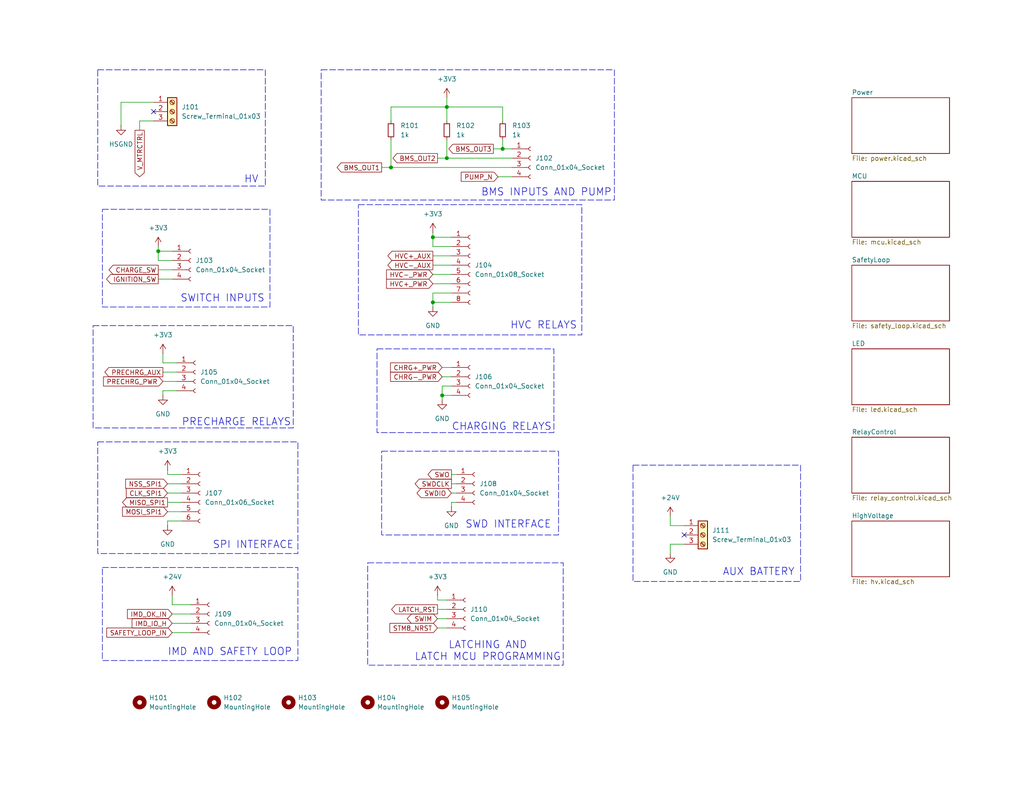
<source format=kicad_sch>
(kicad_sch (version 20231120) (generator "eeschema") (generator_version "8.0")
  (paper "USLetter")
  (title_block (title "Relay Control Board") (date "2024-07-09") (rev "R1") (company "UBC ThunderBikes") (comment 1 "Peter Woolsey"))
  (lib_symbols
    (symbol "Connector:Conn_01x04_Socket" (pin_names (offset 1.016) hide)
      (property "Reference" "J" (at 0 5.08 0))
      (property "Value" "Conn_01x04_Socket" (at 0 -7.62 0))
      (symbol "Conn_01x04_Socket_1_1"
        (arc (start 0 -4.572) (mid -0.5058 -5.08) (end 0 -5.588) (stroke (width 0.1524)))
        (arc (start 0 -2.032) (mid -0.5058 -2.54) (end 0 -3.048) (stroke (width 0.1524)))
        (polyline (pts (xy -1.27 -5.08) (xy -0.508 -5.08)) (stroke (width 0.1524)))
        (polyline (pts (xy -1.27 -2.54) (xy -0.508 -2.54)) (stroke (width 0.1524)))
        (polyline (pts (xy -1.27 0) (xy -0.508 0)) (stroke (width 0.1524)))
        (polyline (pts (xy -1.27 2.54) (xy -0.508 2.54)) (stroke (width 0.1524)))
        (arc (start 0 0.508) (mid -0.5058 0) (end 0 -0.508) (stroke (width 0.1524)))
        (arc (start 0 3.048) (mid -0.5058 2.54) (end 0 2.032) (stroke (width 0.1524)))
        (pin passive line (at -5.08 2.54 0) (length 3.81) (name "Pin_1") (number "1"))
        (pin passive line (at -5.08 0 0) (length 3.81) (name "Pin_2") (number "2"))
        (pin passive line (at -5.08 -2.54 0) (length 3.81) (name "Pin_3") (number "3"))
        (pin passive line (at -5.08 -5.08 0) (length 3.81) (name "Pin_4") (number "4"))
      )
    )
    (symbol "Connector:Conn_01x06_Socket" (pin_names (offset 1.016) hide)
      (property "Reference" "J" (at 0 7.62 0))
      (property "Value" "Conn_01x06_Socket" (at 0 -10.16 0))
      (symbol "Conn_01x06_Socket_1_1"
        (arc (start 0 -7.112) (mid -0.5058 -7.62) (end 0 -8.128) (stroke (width 0.1524)))
        (arc (start 0 -4.572) (mid -0.5058 -5.08) (end 0 -5.588) (stroke (width 0.1524)))
        (arc (start 0 -2.032) (mid -0.5058 -2.54) (end 0 -3.048) (stroke (width 0.1524)))
        (polyline (pts (xy -1.27 -7.62) (xy -0.508 -7.62)) (stroke (width 0.1524)))
        (polyline (pts (xy -1.27 -5.08) (xy -0.508 -5.08)) (stroke (width 0.1524)))
        (polyline (pts (xy -1.27 -2.54) (xy -0.508 -2.54)) (stroke (width 0.1524)))
        (polyline (pts (xy -1.27 0) (xy -0.508 0)) (stroke (width 0.1524)))
        (polyline (pts (xy -1.27 2.54) (xy -0.508 2.54)) (stroke (width 0.1524)))
        (polyline (pts (xy -1.27 5.08) (xy -0.508 5.08)) (stroke (width 0.1524)))
        (arc (start 0 0.508) (mid -0.5058 0) (end 0 -0.508) (stroke (width 0.1524)))
        (arc (start 0 3.048) (mid -0.5058 2.54) (end 0 2.032) (stroke (width 0.1524)))
        (arc (start 0 5.588) (mid -0.5058 5.08) (end 0 4.572) (stroke (width 0.1524)))
        (pin passive line (at -5.08 5.08 0) (length 3.81) (name "Pin_1") (number "1"))
        (pin passive line (at -5.08 2.54 0) (length 3.81) (name "Pin_2") (number "2"))
        (pin passive line (at -5.08 0 0) (length 3.81) (name "Pin_3") (number "3"))
        (pin passive line (at -5.08 -2.54 0) (length 3.81) (name "Pin_4") (number "4"))
        (pin passive line (at -5.08 -5.08 0) (length 3.81) (name "Pin_5") (number "5"))
        (pin passive line (at -5.08 -7.62 0) (length 3.81) (name "Pin_6") (number "6"))
      )
    )
    (symbol "Connector:Conn_01x08_Socket" (pin_names (offset 1.016) hide)
      (property "Reference" "J" (at 0 10.16 0))
      (property "Value" "Conn_01x08_Socket" (at 0 -12.7 0))
      (symbol "Conn_01x08_Socket_1_1"
        (arc (start 0 -9.652) (mid -0.5058 -10.16) (end 0 -10.668) (stroke (width 0.1524)))
        (arc (start 0 -7.112) (mid -0.5058 -7.62) (end 0 -8.128) (stroke (width 0.1524)))
        (arc (start 0 -4.572) (mid -0.5058 -5.08) (end 0 -5.588) (stroke (width 0.1524)))
        (arc (start 0 -2.032) (mid -0.5058 -2.54) (end 0 -3.048) (stroke (width 0.1524)))
        (polyline (pts (xy -1.27 -10.16) (xy -0.508 -10.16)) (stroke (width 0.1524)))
        (polyline (pts (xy -1.27 -7.62) (xy -0.508 -7.62)) (stroke (width 0.1524)))
        (polyline (pts (xy -1.27 -5.08) (xy -0.508 -5.08)) (stroke (width 0.1524)))
        (polyline (pts (xy -1.27 -2.54) (xy -0.508 -2.54)) (stroke (width 0.1524)))
        (polyline (pts (xy -1.27 0) (xy -0.508 0)) (stroke (width 0.1524)))
        (polyline (pts (xy -1.27 2.54) (xy -0.508 2.54)) (stroke (width 0.1524)))
        (polyline (pts (xy -1.27 5.08) (xy -0.508 5.08)) (stroke (width 0.1524)))
        (polyline (pts (xy -1.27 7.62) (xy -0.508 7.62)) (stroke (width 0.1524)))
        (arc (start 0 0.508) (mid -0.5058 0) (end 0 -0.508) (stroke (width 0.1524)))
        (arc (start 0 3.048) (mid -0.5058 2.54) (end 0 2.032) (stroke (width 0.1524)))
        (arc (start 0 5.588) (mid -0.5058 5.08) (end 0 4.572) (stroke (width 0.1524)))
        (arc (start 0 8.128) (mid -0.5058 7.62) (end 0 7.112) (stroke (width 0.1524)))
        (pin passive line (at -5.08 7.62 0) (length 3.81) (name "Pin_1") (number "1"))
        (pin passive line (at -5.08 5.08 0) (length 3.81) (name "Pin_2") (number "2"))
        (pin passive line (at -5.08 2.54 0) (length 3.81) (name "Pin_3") (number "3"))
        (pin passive line (at -5.08 0 0) (length 3.81) (name "Pin_4") (number "4"))
        (pin passive line (at -5.08 -2.54 0) (length 3.81) (name "Pin_5") (number "5"))
        (pin passive line (at -5.08 -5.08 0) (length 3.81) (name "Pin_6") (number "6"))
        (pin passive line (at -5.08 -7.62 0) (length 3.81) (name "Pin_7") (number "7"))
        (pin passive line (at -5.08 -10.16 0) (length 3.81) (name "Pin_8") (number "8"))
      )
    )
    (symbol "Connector:Screw_Terminal_01x03" (pin_names (offset 1.016) hide)
      (property "Reference" "J" (at 0 5.08 0))
      (property "Value" "Screw_Terminal_01x03" (at 0 -5.08 0))
      (symbol "Screw_Terminal_01x03_1_1"
        (rectangle (start -1.27 3.81) (end 1.27 -3.81) (stroke (width 0.254)) (fill (type background)))
        (circle (center 0 -2.54) (radius 0.635) (stroke (width 0.1524)))
        (polyline (pts (xy -0.5334 -2.2098) (xy 0.3302 -3.048)) (stroke (width 0.1524)))
        (polyline (pts (xy -0.5334 0.3302) (xy 0.3302 -0.508)) (stroke (width 0.1524)))
        (polyline (pts (xy -0.5334 2.8702) (xy 0.3302 2.032)) (stroke (width 0.1524)))
        (polyline (pts (xy -0.3556 -2.032) (xy 0.508 -2.8702)) (stroke (width 0.1524)))
        (polyline (pts (xy -0.3556 0.508) (xy 0.508 -0.3302)) (stroke (width 0.1524)))
        (polyline (pts (xy -0.3556 3.048) (xy 0.508 2.2098)) (stroke (width 0.1524)))
        (circle (center 0 0) (radius 0.635) (stroke (width 0.1524)))
        (circle (center 0 2.54) (radius 0.635) (stroke (width 0.1524)))
        (pin passive line (at -5.08 2.54 0) (length 3.81) (name "Pin_1") (number "1"))
        (pin passive line (at -5.08 0 0) (length 3.81) (name "Pin_2") (number "2"))
        (pin passive line (at -5.08 -2.54 0) (length 3.81) (name "Pin_3") (number "3"))
      )
    )
    (symbol "Device:R_Small" (pin_numbers hide) (pin_names (offset 0.254) hide)
      (property "Reference" "R" (at 0.762 0.508 0))
      (property "Value" "R_Small" (at 0.762 -1.016 0))
      (symbol "R_Small_0_1"
        (rectangle (start -0.762 1.778) (end 0.762 -1.778) (stroke (width 0.2032)))
      )
      (symbol "R_Small_1_1"
        (pin passive line (at 0 2.54 270) (length 0.762) (name "~") (number "1"))
        (pin passive line (at 0 -2.54 90) (length 0.762) (name "~") (number "2"))
      )
    )
    (symbol "Mechanical:MountingHole" (pin_names (offset 1.016))
      (property "Reference" "H" (at 0 5.08 0))
      (property "Value" "MountingHole" (at 0 3.175 0))
      (symbol "MountingHole_0_1"
        (circle (center 0 0) (radius 1.27) (stroke (width 1.27)))
      )
    )
    (symbol "power:+24V" (power) (pin_numbers hide) (pin_names (offset 0) hide)
      (property "Value" "+24V" (at 0 3.556 0))
      (symbol "+24V_0_1"
        (polyline (pts (xy -0.762 1.27) (xy 0 2.54)))
        (polyline (pts (xy 0 0) (xy 0 2.54)))
        (polyline (pts (xy 0 2.54) (xy 0.762 1.27)))
      )
      (symbol "+24V_1_1"
        (pin power_in line (at 0 0 90) (length 0) (name "~") (number "1"))
      )
    )
    (symbol "power:+3V3" (power) (pin_numbers hide) (pin_names (offset 0) hide)
      (property "Value" "+3V3" (at 0 3.556 0))
      (symbol "+3V3_0_1"
        (polyline (pts (xy -0.762 1.27) (xy 0 2.54)))
        (polyline (pts (xy 0 0) (xy 0 2.54)))
        (polyline (pts (xy 0 2.54) (xy 0.762 1.27)))
      )
      (symbol "+3V3_1_1"
        (pin power_in line (at 0 0 90) (length 0) (name "~") (number "1"))
      )
    )
    (symbol "power:GND" (power) (pin_numbers hide) (pin_names (offset 0) hide)
      (property "Value" "GND" (at 0 -3.81 0))
      (symbol "GND_0_1"
        (polyline (pts (xy 0 0) (xy 0 -1.27) (xy 1.27 -1.27) (xy 0 -2.54) (xy -1.27 -1.27) (xy 0 -1.27)))
      )
      (symbol "GND_1_1"
        (pin power_in line (at 0 0 270) (length 0) (name "~") (number "1"))
      )
    )
  )
  (junction (at 121.92 43.18))
  (junction (at 121.92 29.21))
  (junction (at 137.16 40.64))
  (junction (at 120.65 107.95))
  (junction (at 118.11 64.77))
  (junction (at 106.68 45.72))
  (junction (at 118.11 82.55))
  (junction (at 43.18 68.58))
  (no_connect (at 186.69 146.05))
  (no_connect (at 41.91 30.48))
  (wire (pts (xy 45.72 137.16) (xy 49.53 137.16)))
  (wire (pts (xy 121.92 29.21) (xy 121.92 33.02)))
  (wire (pts (xy 137.16 40.64) (xy 139.7 40.64)))
  (wire (pts (xy 43.18 71.12) (xy 46.99 71.12)))
  (wire (pts (xy 106.68 33.02) (xy 106.68 29.21)))
  (wire (pts (xy 43.18 76.2) (xy 46.99 76.2)))
  (wire (pts (xy 134.62 40.64) (xy 137.16 40.64)))
  (wire (pts (xy 45.72 134.62) (xy 49.53 134.62)))
  (wire (pts (xy 118.11 72.39) (xy 123.19 72.39)))
  (wire (pts (xy 43.18 67.31) (xy 43.18 68.58)))
  (wire (pts (xy 118.11 77.47) (xy 123.19 77.47)))
  (wire (pts (xy 44.45 101.6) (xy 48.26 101.6)))
  (wire (pts (xy 119.38 168.91) (xy 121.92 168.91)))
  (wire (pts (xy 118.11 67.31) (xy 123.19 67.31)))
  (wire (pts (xy 119.38 166.37) (xy 121.92 166.37)))
  (wire (pts (xy 33.02 27.94) (xy 41.91 27.94)))
  (wire (pts (xy 45.72 139.7) (xy 49.53 139.7)))
  (wire (pts (xy 119.38 163.83) (xy 121.92 163.83)))
  (wire (pts (xy 123.19 102.87) (xy 120.65 102.87)))
  (wire (pts (xy 123.19 134.62) (xy 124.46 134.62)))
  (wire (pts (xy 123.19 132.08) (xy 124.46 132.08)))
  (wire (pts (xy 121.92 43.18) (xy 139.7 43.18)))
  (wire (pts (xy 119.38 162.56) (xy 119.38 163.83)))
  (wire (pts (xy 182.88 151.13) (xy 182.88 148.59)))
  (wire (pts (xy 46.99 170.18) (xy 52.07 170.18)))
  (wire (pts (xy 119.38 43.18) (xy 121.92 43.18)))
  (wire (pts (xy 123.19 129.54) (xy 124.46 129.54)))
  (wire (pts (xy 44.45 99.06) (xy 48.26 99.06)))
  (wire (pts (xy 44.45 106.68) (xy 48.26 106.68)))
  (wire (pts (xy 43.18 68.58) (xy 43.18 71.12)))
  (wire (pts (xy 137.16 29.21) (xy 137.16 33.02)))
  (wire (pts (xy 45.72 143.51) (xy 45.72 142.24)))
  (wire (pts (xy 118.11 82.55) (xy 118.11 80.01)))
  (wire (pts (xy 45.72 129.54) (xy 49.53 129.54)))
  (wire (pts (xy 118.11 67.31) (xy 118.11 64.77)))
  (wire (pts (xy 121.92 26.67) (xy 121.92 29.21)))
  (wire (pts (xy 106.68 45.72) (xy 139.7 45.72)))
  (wire (pts (xy 44.45 107.95) (xy 44.45 106.68)))
  (wire (pts (xy 121.92 29.21) (xy 137.16 29.21)))
  (wire (pts (xy 124.46 137.16) (xy 123.19 137.16)))
  (wire (pts (xy 118.11 82.55) (xy 123.19 82.55)))
  (wire (pts (xy 43.18 68.58) (xy 46.99 68.58)))
  (wire (pts (xy 123.19 107.95) (xy 120.65 107.95)))
  (wire (pts (xy 106.68 29.21) (xy 121.92 29.21)))
  (wire (pts (xy 38.1 35.56) (xy 38.1 33.02)))
  (wire (pts (xy 120.65 109.22) (xy 120.65 107.95)))
  (wire (pts (xy 119.38 171.45) (xy 121.92 171.45)))
  (wire (pts (xy 45.72 128.27) (xy 45.72 129.54)))
  (wire (pts (xy 123.19 105.41) (xy 120.65 105.41)))
  (wire (pts (xy 44.45 104.14) (xy 48.26 104.14)))
  (wire (pts (xy 46.99 162.56) (xy 46.99 165.1)))
  (wire (pts (xy 106.68 38.1) (xy 106.68 45.72)))
  (wire (pts (xy 43.18 73.66) (xy 46.99 73.66)))
  (wire (pts (xy 182.88 140.97) (xy 182.88 143.51)))
  (wire (pts (xy 118.11 64.77) (xy 123.19 64.77)))
  (wire (pts (xy 118.11 83.82) (xy 118.11 82.55)))
  (wire (pts (xy 118.11 64.77) (xy 118.11 63.5)))
  (wire (pts (xy 121.92 38.1) (xy 121.92 43.18)))
  (wire (pts (xy 120.65 105.41) (xy 120.65 107.95)))
  (wire (pts (xy 45.72 132.08) (xy 49.53 132.08)))
  (wire (pts (xy 118.11 69.85) (xy 123.19 69.85)))
  (wire (pts (xy 104.14 45.72) (xy 106.68 45.72)))
  (wire (pts (xy 182.88 148.59) (xy 186.69 148.59)))
  (wire (pts (xy 123.19 100.33) (xy 120.65 100.33)))
  (wire (pts (xy 118.11 80.01) (xy 123.19 80.01)))
  (wire (pts (xy 46.99 172.72) (xy 52.07 172.72)))
  (wire (pts (xy 182.88 143.51) (xy 186.69 143.51)))
  (wire (pts (xy 135.89 48.26) (xy 139.7 48.26)))
  (wire (pts (xy 46.99 167.64) (xy 52.07 167.64)))
  (wire (pts (xy 123.19 137.16) (xy 123.19 138.43)))
  (wire (pts (xy 33.02 27.94) (xy 33.02 34.29)))
  (wire (pts (xy 38.1 33.02) (xy 41.91 33.02)))
  (wire (pts (xy 44.45 96.52) (xy 44.45 99.06)))
  (wire (pts (xy 45.72 142.24) (xy 49.53 142.24)))
  (wire (pts (xy 137.16 38.1) (xy 137.16 40.64)))
  (wire (pts (xy 118.11 74.93) (xy 123.19 74.93)))
  (wire (pts (xy 46.99 165.1) (xy 52.07 165.1)))
  (rectangle (start 102.87 95.25) (end 151.13 118.11) (stroke (width 0) (type dash)))
  (rectangle (start 26.67 19.05) (end 72.39 50.8) (stroke (width 0) (type dash)))
  (rectangle (start 25.4 88.9) (end 80.01 116.84) (stroke (width 0) (type dash)))
  (rectangle (start 100.33 153.67) (end 153.67 181.61) (stroke (width 0) (type dash)))
  (rectangle (start 26.67 120.65) (end 81.28 151.13) (stroke (width 0) (type dash)))
  (rectangle (start 104.14 123.19) (end 152.4 146.05) (stroke (width 0) (type dash)))
  (rectangle (start 27.94 57.15) (end 73.66 83.82) (stroke (width 0) (type dash)))
  (rectangle (start 27.94 154.94) (end 81.28 180.34) (stroke (width 0) (type dash)))
  (rectangle (start 172.72 127) (end 218.44 158.75) (stroke (width 0) (type dash)))
  (rectangle (start 87.63 19.05) (end 167.64 54.61) (stroke (width 0) (type dash)))
  (rectangle (start 97.79 55.88) (end 158.75 91.44) (stroke (width 0) (type dash)))
  (text "PRECHARGE RELAYS" (at 64.516 115.316 0) (effects (font (size 2 2))))
  (text "BMS INPUTS AND PUMP" (at 149.098 52.578 0) (effects (font (size 2 2))))
  (text "AUX BATTERY\n" (at 207.01 156.21 0) (effects (font (size 2 2))))
  (text "CHARGING RELAYS" (at 136.906 116.586 0) (effects (font (size 2 2))))
  (text "IMD AND SAFETY LOOP" (at 62.738 178.054 0) (effects (font (size 2 2))))
  (text "SWD INTERFACE\n" (at 138.684 143.256 0) (effects (font (size 2 2))))
  (text "HV" (at 68.58 49.022 0) (effects (font (size 2 2))))
  (text "SWITCH INPUTS\n" (at 60.706 81.534 0) (effects (font (size 2 2))))
  (text "SPI INTERFACE\n" (at 69.088 148.844 0) (effects (font (size 2 2))))
  (text "LATCHING AND\nLATCH MCU PROGRAMMING" (at 133.096 177.8 0) (effects (font (size 2 2))))
  (text "HVC RELAYS" (at 148.336 88.9 0) (effects (font (size 2 2))))
  (global_label "SAFETY_LOOP_IN" (shape input) (at 46.99 172.72 180) (property "Intersheetrefs" "${INTERSHEET_REFS}" (effects (hide yes))))
  (global_label "HVC-_AUX" (shape output) (at 118.11 72.39 180) (property "Intersheetrefs" "${INTERSHEET_REFS}" (effects (hide yes))))
  (global_label "SWO" (shape output) (at 123.19 129.54 180) (property "Intersheetrefs" "${INTERSHEET_REFS}" (effects (hide yes))))
  (global_label "V_MTRCTRL" (shape output) (at 38.1 35.56 270) (property "Intersheetrefs" "${INTERSHEET_REFS}" (effects (hide yes))))
  (global_label "BMS_OUT2" (shape output) (at 119.38 43.18 180) (property "Intersheetrefs" "${INTERSHEET_REFS}" (effects (hide yes))))
  (global_label "HVC+_AUX" (shape output) (at 118.11 69.85 180) (property "Intersheetrefs" "${INTERSHEET_REFS}" (effects (hide yes))))
  (global_label "MISO_SPI1" (shape output) (at 45.72 137.16 180) (property "Intersheetrefs" "${INTERSHEET_REFS}" (effects (hide yes))))
  (global_label "PUMP_N" (shape input) (at 135.89 48.26 180) (property "Intersheetrefs" "${INTERSHEET_REFS}" (effects (hide yes))))
  (global_label "CLK_SPI1" (shape input) (at 45.72 134.62 180) (property "Intersheetrefs" "${INTERSHEET_REFS}" (effects (hide yes))))
  (global_label "SWDIO" (shape bidirectional) (at 123.19 134.62 180) (property "Intersheetrefs" "${INTERSHEET_REFS}" (effects (hide yes))))
  (global_label "PRECHRG_PWR" (shape input) (at 44.45 104.14 180) (property "Intersheetrefs" "${INTERSHEET_REFS}" (effects (hide yes))))
  (global_label "IMD_OK_IN" (shape input) (at 46.99 167.64 180) (property "Intersheetrefs" "${INTERSHEET_REFS}" (effects (hide yes))))
  (global_label "SWDCLK" (shape output) (at 123.19 132.08 180) (property "Intersheetrefs" "${INTERSHEET_REFS}" (effects (hide yes))))
  (global_label "IGNITION_SW" (shape output) (at 43.18 76.2 180) (property "Intersheetrefs" "${INTERSHEET_REFS}" (effects (hide yes))))
  (global_label "PRECHRG_AUX" (shape output) (at 44.45 101.6 180) (property "Intersheetrefs" "${INTERSHEET_REFS}" (effects (hide yes))))
  (global_label "CHARGE_SW" (shape output) (at 43.18 73.66 180) (property "Intersheetrefs" "${INTERSHEET_REFS}" (effects (hide yes))))
  (global_label "CHRG-_PWR" (shape input) (at 120.65 102.87 180) (property "Intersheetrefs" "${INTERSHEET_REFS}" (effects (hide yes))))
  (global_label "LATCH_RST" (shape output) (at 119.38 166.37 180) (property "Intersheetrefs" "${INTERSHEET_REFS}" (effects (hide yes))))
  (global_label "STM8_NRST" (shape input) (at 119.38 171.45 180) (property "Intersheetrefs" "${INTERSHEET_REFS}" (effects (hide yes))))
  (global_label "BMS_OUT3" (shape output) (at 134.62 40.64 180) (property "Intersheetrefs" "${INTERSHEET_REFS}" (effects (hide yes))))
  (global_label "HVC-_PWR" (shape input) (at 118.11 74.93 180) (property "Intersheetrefs" "${INTERSHEET_REFS}" (effects (hide yes))))
  (global_label "HVC+_PWR" (shape input) (at 118.11 77.47 180) (property "Intersheetrefs" "${INTERSHEET_REFS}" (effects (hide yes))))
  (global_label "IMD_IO_H" (shape input) (at 46.99 170.18 180) (property "Intersheetrefs" "${INTERSHEET_REFS}" (effects (hide yes))))
  (global_label "CHRG+_PWR" (shape input) (at 120.65 100.33 180) (property "Intersheetrefs" "${INTERSHEET_REFS}" (effects (hide yes))))
  (global_label "NSS_SPI1" (shape input) (at 45.72 132.08 180) (property "Intersheetrefs" "${INTERSHEET_REFS}" (effects (hide yes))))
  (global_label "BMS_OUT1" (shape output) (at 104.14 45.72 180) (property "Intersheetrefs" "${INTERSHEET_REFS}" (effects (hide yes))))
  (global_label "MOSI_SPI1" (shape input) (at 45.72 139.7 180) (property "Intersheetrefs" "${INTERSHEET_REFS}" (effects (hide yes))))
  (global_label "SWIM" (shape bidirectional) (at 119.38 168.91 180) (property "Intersheetrefs" "${INTERSHEET_REFS}" (effects (hide yes))))
  (symbol (lib_id "power:GND") (at 120.65 109.22 0) (mirror y) (unit 1)
    (property "Reference" "#PWR0109" (effects (hide yes)))
    (property "Value" "GND" (at 120.65 114.3 0))
    (property "Description" "Power symbol creates a global label with name \"GND\" , ground" (effects (hide yes)))
  )
  (symbol (lib_id "Device:R_Small") (at 137.16 35.56 0) (unit 1)
    (property "Reference" "R103" (at 139.7 34.2899 0) (effects (justify left)))
    (property "Value" "1k" (at 139.7 36.8299 0) (effects (justify left)))
    (property "Footprint" "Resistor_SMD:R_0603_1608Metric" (effects (hide yes)))
    (property "Description" "Resistor, small symbol" (effects (hide yes)))
    (property "LCSC" "C22548" (effects (hide yes)))
  )
  (symbol (lib_id "power:GND") (at 118.11 83.82 0) (mirror y) (unit 1)
    (property "Reference" "#PWR0101" (effects (hide yes)))
    (property "Value" "GND" (at 118.11 88.9 0))
    (property "Description" "Power symbol creates a global label with name \"GND\" , ground" (effects (hide yes)))
  )
  (symbol (lib_id "power:+3V3") (at 118.11 63.5 0) (mirror y) (unit 1)
    (property "Reference" "#PWR0103" (effects (hide yes)))
    (property "Value" "+3V3" (at 118.11 58.42 0))
    (property "Description" "Power symbol creates a global label with name \"+3V3\"" (effects (hide yes)))
  )
  (symbol (lib_id "Connector:Conn_01x04_Socket") (at 52.07 71.12 0) (unit 1)
    (property "Reference" "J103" (at 53.34 71.1199 0) (effects (justify left)))
    (property "Value" "Conn_01x04_Socket" (at 53.34 73.6599 0) (effects (justify left)))
    (property "Footprint" "Connector_Molex:Molex_Mini-Fit_Jr_5566-04A_2x02_P4.20mm_Vertical" (effects (hide yes)))
    (property "Description" "Generic connector, single row, 01x04, script generated" (effects (hide yes)))
  )
  (symbol (lib_id "Mechanical:MountingHole") (at 100.33 191.77 0) (unit 1)
    (property "Reference" "H104" (at 102.87 190.4999 0) (effects (justify left)))
    (property "Value" "MountingHole" (at 102.87 193.0399 0) (effects (justify left)))
    (property "Footprint" "MountingHole:MountingHole_3mm" (effects (hide yes)))
    (property "Description" "Mounting Hole without connection" (effects (hide yes)))
  )
  (symbol (lib_id "power:GND") (at 44.45 107.95 0) (mirror y) (unit 1)
    (property "Reference" "#PWR0108" (effects (hide yes)))
    (property "Value" "GND" (at 44.45 113.03 0))
    (property "Description" "Power symbol creates a global label with name \"GND\" , ground" (effects (hide yes)))
  )
  (symbol (lib_id "power:+3V3") (at 44.45 96.52 0) (unit 1)
    (property "Reference" "#PWR0107" (effects (hide yes)))
    (property "Value" "+3V3" (at 44.45 91.44 0))
    (property "Description" "Power symbol creates a global label with name \"+3V3\"" (effects (hide yes)))
  )
  (symbol (lib_id "power:GND") (at 45.72 143.51 0) (unit 1)
    (property "Reference" "#PWR0106" (effects (hide yes)))
    (property "Value" "GND" (at 45.72 148.59 0))
    (property "Description" "Power symbol creates a global label with name \"GND\" , ground" (effects (hide yes)))
  )
  (symbol (lib_id "power:+3V3") (at 45.72 128.27 0) (unit 1)
    (property "Reference" "#PWR0105" (effects (hide yes)))
    (property "Value" "+3V3" (at 45.72 123.19 0))
    (property "Description" "Power symbol creates a global label with name \"+3V3\"" (effects (hide yes)))
  )
  (symbol (lib_id "Device:R_Small") (at 106.68 35.56 0) (unit 1)
    (property "Reference" "R101" (at 109.22 34.2899 0) (effects (justify left)))
    (property "Value" "1k" (at 109.22 36.8299 0) (effects (justify left)))
    (property "Footprint" "Resistor_SMD:R_0603_1608Metric" (effects (hide yes)))
    (property "Description" "Resistor, small symbol" (effects (hide yes)))
    (property "LCSC" "C22548" (effects (hide yes)))
  )
  (symbol (lib_id "Connector:Conn_01x08_Socket") (at 128.27 72.39 0) (unit 1)
    (property "Reference" "J104" (at 129.54 72.3899 0) (effects (justify left)))
    (property "Value" "Conn_01x08_Socket" (at 129.54 74.9299 0) (effects (justify left)))
    (property "Footprint" "Connector_Molex:Molex_Mini-Fit_Jr_5566-08A_2x04_P4.20mm_Vertical" (effects (hide yes)))
    (property "Description" "Generic connector, single row, 01x08, script generated" (effects (hide yes)))
  )
  (symbol (lib_id "Connector:Screw_Terminal_01x03") (at 191.77 146.05 0) (unit 1)
    (property "Reference" "J111" (at 194.31 144.7799 0) (effects (justify left)))
    (property "Value" "Screw_Terminal_01x03" (at 194.31 147.3199 0) (effects (justify left)))
    (property "Footprint" "TerminalBlock_Phoenix:TerminalBlock_Phoenix_MKDS-1,5-3-5.08_1x03_P5.08mm_Horizontal" (effects (hide yes)))
    (property "Description" "Generic screw terminal, single row, 01x03, script generated (kicad-library-utils/schlib/autogen/connector/)" (effects (hide yes)))
  )
  (symbol (lib_id "Device:R_Small") (at 121.92 35.56 0) (unit 1)
    (property "Reference" "R102" (at 124.46 34.2899 0) (effects (justify left)))
    (property "Value" "1k" (at 124.46 36.8299 0) (effects (justify left)))
    (property "Footprint" "Resistor_SMD:R_0603_1608Metric" (effects (hide yes)))
    (property "Description" "Resistor, small symbol" (effects (hide yes)))
    (property "LCSC" "C22548" (effects (hide yes)))
  )
  (symbol (lib_id "Connector:Conn_01x06_Socket") (at 54.61 134.62 0) (unit 1)
    (property "Reference" "J107" (at 55.88 134.6199 0) (effects (justify left)))
    (property "Value" "Conn_01x06_Socket" (at 55.88 137.1599 0) (effects (justify left)))
    (property "Footprint" "Connector_Molex:Molex_Mini-Fit_Jr_5566-06A_2x03_P4.20mm_Vertical" (effects (hide yes)))
    (property "Description" "Generic connector, single row, 01x06, script generated" (effects (hide yes)))
  )
  (symbol (lib_id "Mechanical:MountingHole") (at 58.42 191.77 0) (unit 1)
    (property "Reference" "H102" (at 60.96 190.4999 0) (effects (justify left)))
    (property "Value" "MountingHole" (at 60.96 193.0399 0) (effects (justify left)))
    (property "Footprint" "MountingHole:MountingHole_3mm" (effects (hide yes)))
    (property "Description" "Mounting Hole without connection" (effects (hide yes)))
  )
  (symbol (lib_id "power:+24V") (at 182.88 140.97 0) (unit 1)
    (property "Reference" "#PWR0111" (effects (hide yes)))
    (property "Value" "+24V" (at 182.88 135.89 0))
    (property "Description" "Power symbol creates a global label with name \"+24V\"" (effects (hide yes)))
  )
  (symbol (lib_id "Mechanical:MountingHole") (at 78.74 191.77 0) (unit 1)
    (property "Reference" "H103" (at 81.28 190.4999 0) (effects (justify left)))
    (property "Value" "MountingHole" (at 81.28 193.0399 0) (effects (justify left)))
    (property "Footprint" "MountingHole:MountingHole_3mm" (effects (hide yes)))
    (property "Description" "Mounting Hole without connection" (effects (hide yes)))
  )
  (symbol (lib_id "power:+3V3") (at 43.18 67.31 0) (unit 1)
    (property "Reference" "#PWR0104" (effects (hide yes)))
    (property "Value" "+3V3" (at 43.18 62.23 0))
    (property "Description" "Power symbol creates a global label with name \"+3V3\"" (effects (hide yes)))
  )
  (symbol (lib_id "Connector:Conn_01x04_Socket") (at 127 166.37 0) (unit 1)
    (property "Reference" "J110" (at 128.27 166.3699 0) (effects (justify left)))
    (property "Value" "Conn_01x04_Socket" (at 128.27 168.9099 0) (effects (justify left)))
    (property "Footprint" "Connector_Molex:Molex_Mini-Fit_Jr_5566-04A_2x02_P4.20mm_Vertical" (effects (hide yes)))
    (property "Description" "Generic connector, single row, 01x04, script generated" (effects (hide yes)))
  )
  (symbol (lib_id "power:GND") (at 123.19 138.43 0) (unit 1)
    (property "Reference" "#PWR0110" (effects (hide yes)))
    (property "Value" "GND" (at 123.19 143.51 0))
    (property "Description" "Power symbol creates a global label with name \"GND\" , ground" (effects (hide yes)))
  )
  (symbol (lib_id "power:GND") (at 182.88 151.13 0) (unit 1)
    (property "Reference" "#GND0101" (effects (hide yes)))
    (property "Value" "GND" (at 182.88 156.21 0))
    (property "Description" "Power symbol creates a global label with name \"GND\" , ground" (effects (hide yes)))
  )
  (symbol (lib_id "Connector:Conn_01x04_Socket") (at 128.27 102.87 0) (unit 1)
    (property "Reference" "J106" (at 129.54 102.8699 0) (effects (justify left)))
    (property "Value" "Conn_01x04_Socket" (at 129.54 105.4099 0) (effects (justify left)))
    (property "Footprint" "Connector_Molex:Molex_Mini-Fit_Jr_5566-04A_2x02_P4.20mm_Vertical" (effects (hide yes)))
    (property "Description" "Generic connector, single row, 01x04, script generated" (effects (hide yes)))
  )
  (symbol (lib_id "Mechanical:MountingHole") (at 120.65 191.77 0) (unit 1)
    (property "Reference" "H105" (at 123.19 190.4999 0) (effects (justify left)))
    (property "Value" "MountingHole" (at 123.19 193.0399 0) (effects (justify left)))
    (property "Footprint" "MountingHole:MountingHole_3mm" (effects (hide yes)))
    (property "Description" "Mounting Hole without connection" (effects (hide yes)))
  )
  (symbol (lib_id "power:GND") (at 33.02 34.29 0) (unit 1)
    (property "Reference" "#PWR0102" (effects (hide yes)))
    (property "Value" "HSGND" (at 33.02 39.37 0))
    (property "Description" "Power symbol creates a global label with name \"GND\" , ground" (effects (hide yes)))
  )
  (symbol (lib_id "Connector:Conn_01x04_Socket") (at 129.54 132.08 0) (unit 1)
    (property "Reference" "J108" (at 130.81 132.0799 0) (effects (justify left)))
    (property "Value" "Conn_01x04_Socket" (at 130.81 134.6199 0) (effects (justify left)))
    (property "Footprint" "Connector_Molex:Molex_Mini-Fit_Jr_5566-04A_2x02_P4.20mm_Vertical" (effects (hide yes)))
    (property "Description" "Generic connector, single row, 01x04, script generated" (effects (hide yes)))
  )
  (symbol (lib_id "Mechanical:MountingHole") (at 38.1 191.77 0) (unit 1)
    (property "Reference" "H101" (at 40.64 190.4999 0) (effects (justify left)))
    (property "Value" "MountingHole" (at 40.64 193.0399 0) (effects (justify left)))
    (property "Footprint" "MountingHole:MountingHole_3mm" (effects (hide yes)))
    (property "Description" "Mounting Hole without connection" (effects (hide yes)))
  )
  (symbol (lib_id "Connector:Conn_01x04_Socket") (at 57.15 167.64 0) (unit 1)
    (property "Reference" "J109" (at 58.42 167.6399 0) (effects (justify left)))
    (property "Value" "Conn_01x04_Socket" (at 58.42 170.1799 0) (effects (justify left)))
    (property "Footprint" "Connector_Molex:Molex_Mini-Fit_Jr_5566-04A_2x02_P4.20mm_Vertical" (effects (hide yes)))
    (property "Description" "Generic connector, single row, 01x04, script generated" (effects (hide yes)))
  )
  (symbol (lib_id "power:+3V3") (at 119.38 162.56 0) (unit 1)
    (property "Reference" "#PWR0115" (effects (hide yes)))
    (property "Value" "+3V3" (at 119.38 157.48 0))
    (property "Description" "Power symbol creates a global label with name \"+3V3\"" (effects (hide yes)))
  )
  (symbol (lib_id "power:+24V") (at 46.99 162.56 0) (unit 1)
    (property "Reference" "#PWR0113" (effects (hide yes)))
    (property "Value" "+24V" (at 46.99 157.48 0))
    (property "Description" "Power symbol creates a global label with name \"+24V\"" (effects (hide yes)))
  )
  (symbol (lib_id "Connector:Conn_01x04_Socket") (at 144.78 43.18 0) (unit 1)
    (property "Reference" "J102" (at 146.05 43.1799 0) (effects (justify left)))
    (property "Value" "Conn_01x04_Socket" (at 146.05 45.7199 0) (effects (justify left)))
    (property "Footprint" "Connector_Molex:Molex_Mini-Fit_Jr_5566-04A_2x02_P4.20mm_Vertical" (effects (hide yes)))
    (property "Description" "Generic connector, single row, 01x04, script generated" (effects (hide yes)))
  )
  (symbol (lib_id "Connector:Screw_Terminal_01x03") (at 46.99 30.48 0) (unit 1)
    (property "Reference" "J101" (at 49.53 29.2099 0) (effects (justify left)))
    (property "Value" "Screw_Terminal_01x03" (at 49.53 31.7499 0) (effects (justify left)))
    (property "Footprint" "TerminalBlock_Phoenix:TerminalBlock_Phoenix_MKDS-1,5-3-5.08_1x03_P5.08mm_Horizontal" (effects (hide yes)))
    (property "Description" "Generic screw terminal, single row, 01x03, script generated (kicad-library-utils/schlib/autogen/connector/)" (effects (hide yes)))
  )
  (symbol (lib_id "Connector:Conn_01x04_Socket") (at 53.34 101.6 0) (unit 1)
    (property "Reference" "J105" (at 54.61 101.5999 0) (effects (justify left)))
    (property "Value" "Conn_01x04_Socket" (at 54.61 104.1399 0) (effects (justify left)))
    (property "Footprint" "Connector_Molex:Molex_Mini-Fit_Jr_5566-04A_2x02_P4.20mm_Vertical" (effects (hide yes)))
    (property "Description" "Generic connector, single row, 01x04, script generated" (effects (hide yes)))
  )
  (symbol (lib_id "power:+3V3") (at 121.92 26.67 0) (unit 1)
    (property "Reference" "#PWR037" (effects (hide yes)))
    (property "Value" "+3V3" (at 121.92 21.59 0))
    (property "Description" "Power symbol creates a global label with name \"+3V3\"" (effects (hide yes)))
  )
  (sheet (at 232.41 119.38) (size 26.67 15.24) (stroke (width 0.1524))
    (property "Sheetname" "RelayControl" (at 232.41 118.6684 0) (effects (justify left bottom)))
    (property "Sheetfile" "relay_control.kicad_sch" (at 232.41 135.2046 0) (effects (justify left top)))
  )
  (sheet (at 232.41 49.53) (size 26.67 15.24) (stroke (width 0.1524))
    (property "Sheetname" "MCU" (at 232.41 48.8184 0) (effects (justify left bottom)))
    (property "Sheetfile" "mcu.kicad_sch" (at 232.41 65.3546 0) (effects (justify left top)))
  )
  (sheet (at 232.41 142.24) (size 26.67 15.24) (stroke (width 0.1524))
    (property "Sheetname" "HighVoltage" (at 232.41 141.5284 0) (effects (justify left bottom)))
    (property "Sheetfile" "hv.kicad_sch" (at 232.41 158.0646 0) (effects (justify left top)))
  )
  (sheet (at 232.41 95.25) (size 26.67 15.24) (stroke (width 0.1524))
    (property "Sheetname" "LED" (at 232.41 94.5384 0) (effects (justify left bottom)))
    (property "Sheetfile" "led.kicad_sch" (at 232.41 111.0746 0) (effects (justify left top)))
  )
  (sheet (at 232.41 72.39) (size 26.67 15.24) (stroke (width 0.1524))
    (property "Sheetname" "SafetyLoop" (at 232.41 71.6784 0) (effects (justify left bottom)))
    (property "Sheetfile" "safety_loop.kicad_sch" (at 232.41 88.2146 0) (effects (justify left top)))
  )
  (sheet (at 232.41 26.67) (size 26.67 15.24) (stroke (width 0.1524))
    (property "Sheetname" "Power" (at 232.41 25.9584 0) (effects (justify left bottom)))
    (property "Sheetfile" "power.kicad_sch" (at 232.41 42.4946 0) (effects (justify left top)))
  )
)
</source>
